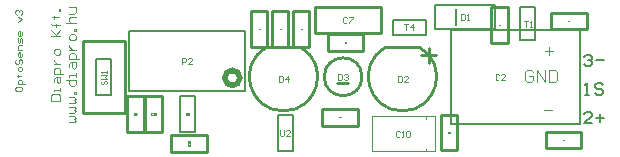
<source format=gto>
%FSTAX24Y24*%
%MOIN*%
G70*
G01*
G75*
G04 Layer_Color=65535*
%ADD10O,0.0472X0.0217*%
%ADD11R,0.0472X0.0217*%
%ADD12R,0.0374X0.0315*%
%ADD13R,0.0630X0.0630*%
%ADD14R,0.0256X0.0472*%
%ADD15R,0.0472X0.0256*%
%ADD16R,0.0315X0.0374*%
%ADD17R,0.0492X0.0630*%
%ADD18R,0.0807X0.0886*%
G04:AMPARAMS|DCode=19|XSize=21.7mil|YSize=47.2mil|CornerRadius=0mil|HoleSize=0mil|Usage=FLASHONLY|Rotation=90.000|XOffset=0mil|YOffset=0mil|HoleType=Round|Shape=Octagon|*
%AMOCTAGOND19*
4,1,8,-0.0236,-0.0054,-0.0236,0.0054,-0.0182,0.0108,0.0182,0.0108,0.0236,0.0054,0.0236,-0.0054,0.0182,-0.0108,-0.0182,-0.0108,-0.0236,-0.0054,0.0*
%
%ADD19OCTAGOND19*%

%ADD20C,0.0100*%
%ADD21C,0.0709*%
%ADD22C,0.1575*%
%ADD23C,0.0591*%
%ADD24C,0.0472*%
%ADD25C,0.0551*%
%ADD26R,0.0591X0.0591*%
%ADD27C,0.0320*%
%ADD28O,0.0236X0.1200*%
%ADD29R,0.0236X0.1200*%
%ADD30O,0.0236X0.1204*%
%ADD31R,0.0630X0.0492*%
%ADD32C,0.0200*%
%ADD33C,0.0197*%
%ADD34C,0.0079*%
%ADD35C,0.0080*%
%ADD36C,0.0039*%
%ADD37C,0.0004*%
%ADD38C,0.0020*%
%ADD39C,0.0030*%
D20*
X237693Y144943D02*
G03*
X238833Y144943I00057J-000987D01*
G01*
X24088Y143956D02*
G03*
X24088Y143956I-00063J0D01*
G01*
X241659Y144943D02*
G03*
X242799Y144943I00057J-000987D01*
G01*
X237174Y146141D02*
X237726D01*
X237174Y144959D02*
Y146141D01*
Y144959D02*
X237726D01*
Y146141D01*
X237874Y144959D02*
Y146141D01*
X238426D01*
Y144959D02*
Y146141D01*
X237874Y144959D02*
X238426D01*
X238574Y146141D02*
X239126D01*
X238574Y144959D02*
Y146141D01*
Y144959D02*
X239126D01*
Y146141D01*
X231588Y142756D02*
X232988D01*
X231588D02*
Y145156D01*
X232988D01*
Y142756D02*
Y145156D01*
X239316Y145414D02*
Y14628D01*
Y145414D02*
X24152D01*
Y14628D01*
X239316D02*
X24152D01*
X239555Y14233D02*
Y142881D01*
Y14233D02*
X240737D01*
Y142881D01*
X239555D02*
X240737D01*
X243499Y141505D02*
X24405D01*
Y142686D01*
X243499D02*
X24405D01*
X243499Y141505D02*
Y142686D01*
X240917Y14482D02*
Y145372D01*
X239735D02*
X240917D01*
X239735Y14482D02*
Y145372D01*
Y14482D02*
X240917D01*
X24719Y145541D02*
Y146092D01*
Y145541D02*
X248371D01*
Y146092D01*
X24719D02*
X248371D01*
X247003Y141574D02*
Y142125D01*
Y141574D02*
X248184D01*
Y142125D01*
X247003D02*
X248184D01*
X237693Y144943D02*
X238833D01*
X240053Y143759D02*
X240427D01*
X241659Y144943D02*
X242799D01*
X2431Y144426D02*
Y144926D01*
X24285Y144676D02*
X24335D01*
X24519Y145089D02*
X245741D01*
Y146271D01*
X24519D02*
X245741D01*
X24519Y145089D02*
Y146271D01*
X233656Y142126D02*
Y143307D01*
X234207D01*
Y142126D02*
Y143307D01*
X233656Y142126D02*
X234207D01*
X235703Y141457D02*
Y142008D01*
X234522D02*
X235703D01*
X234522Y141457D02*
Y142008D01*
Y141457D02*
X235703D01*
X233598Y142126D02*
Y143307D01*
X233046Y142126D02*
X233598D01*
X233046D02*
Y143307D01*
X233598D01*
D33*
X236806Y14392D02*
G03*
X236806Y14392I-00025J0D01*
G01*
D34*
X238072Y141476D02*
X238572D01*
X238072Y142696D02*
X238572D01*
Y141476D02*
Y142696D01*
X238072Y141476D02*
Y142696D01*
X241904Y14536D02*
Y14586D01*
X243007Y14536D02*
Y14586D01*
X241904Y14536D02*
X243007D01*
X241904Y14586D02*
X243007D01*
X246156Y145175D02*
X246656D01*
X246156Y146277D02*
X246656D01*
Y145175D02*
Y146277D01*
X246156Y145175D02*
Y146277D01*
X244Y145668D02*
Y14622D01*
X235307Y142106D02*
Y143326D01*
X234807Y142106D02*
Y143326D01*
Y142106D02*
X235307D01*
X234807Y143326D02*
X235307D01*
X248296Y144631D02*
X248361Y144696D01*
X248492D01*
X248558Y144631D01*
Y144565D01*
X248492Y1445D01*
X248427D01*
X248492D01*
X248558Y144434D01*
Y144368D01*
X248492Y144303D01*
X248361D01*
X248296Y144368D01*
X248689Y1445D02*
X248952D01*
X248316Y143363D02*
X248447D01*
X248381D01*
Y143756D01*
X248316Y143691D01*
X248906D02*
X24884Y143756D01*
X248709D01*
X248644Y143691D01*
Y143625D01*
X248709Y14356D01*
X24884D01*
X248906Y143494D01*
Y143428D01*
X24884Y143363D01*
X248709D01*
X248644Y143428D01*
X248558Y142399D02*
X248296D01*
X248558Y142661D01*
Y142727D01*
X248492Y142793D01*
X248361D01*
X248296Y142727D01*
X248689Y142596D02*
X248952D01*
X24882Y142727D02*
Y142465D01*
D35*
X232013Y143956D02*
Y144546D01*
X232524D01*
Y143365D02*
Y144546D01*
X232013Y143365D02*
X232524D01*
X232013D02*
Y143956D01*
X236976Y14347D02*
Y14549D01*
X233116Y14347D02*
X236976D01*
X233116D02*
Y14549D01*
X236976D01*
X243305Y145544D02*
Y146344D01*
Y145544D02*
X245325D01*
Y146344D01*
X243305D02*
X245325D01*
X24385Y142376D02*
Y145526D01*
Y142376D02*
X24815D01*
Y145526D01*
X24385D02*
X24815D01*
D36*
X243299Y141466D02*
Y142647D01*
X241199Y141466D02*
Y142647D01*
Y141466D02*
X243299D01*
X241199Y142647D02*
X243299D01*
X242999Y141466D02*
Y141556D01*
Y142556D02*
Y142647D01*
X23488Y14438D02*
Y144577D01*
X234978D01*
X235011Y144544D01*
Y144478D01*
X234978Y144446D01*
X23488D01*
X235208Y14438D02*
X235077D01*
X235208Y144511D01*
Y144544D01*
X235175Y144577D01*
X23511D01*
X235077Y144544D01*
X245461Y144014D02*
X245428Y144047D01*
X245363D01*
X24533Y144014D01*
Y143883D01*
X245363Y14385D01*
X245428D01*
X245461Y143883D01*
X245658Y14385D02*
X245527D01*
X245658Y143981D01*
Y144014D01*
X245625Y144047D01*
X24556D01*
X245527Y144014D01*
X240386Y145914D02*
X240353Y145947D01*
X240288D01*
X240255Y145914D01*
Y145783D01*
X240288Y14575D01*
X240353D01*
X240386Y145783D01*
X240452Y145947D02*
X240583D01*
Y145914D01*
X240452Y145783D01*
Y14575D01*
X242131Y142124D02*
X242098Y142157D01*
X242033D01*
X242Y142124D01*
Y141993D01*
X242033Y14196D01*
X242098D01*
X242131Y141993D01*
X242197Y14196D02*
X242262D01*
X24223D01*
Y142157D01*
X242197Y142124D01*
X242361D02*
X242394Y142157D01*
X242459D01*
X242492Y142124D01*
Y141993D01*
X242459Y14196D01*
X242394D01*
X242361Y141993D01*
Y142124D01*
X24418Y146047D02*
Y14585D01*
X244278D01*
X244311Y145883D01*
Y146014D01*
X244278Y146047D01*
X24418D01*
X244377Y14585D02*
X244442D01*
X24441D01*
Y146047D01*
X244377Y146014D01*
X242069Y143987D02*
Y14379D01*
X242168D01*
X2422Y143823D01*
Y143954D01*
X242168Y143987D01*
X242069D01*
X242397Y14379D02*
X242266D01*
X242397Y143921D01*
Y143954D01*
X242364Y143987D01*
X242299D01*
X242266Y143954D01*
X24009Y144057D02*
Y14386D01*
X240188D01*
X240221Y143893D01*
Y144024D01*
X240188Y144057D01*
X24009D01*
X240287Y144024D02*
X24032Y144057D01*
X240385D01*
X240418Y144024D01*
Y143991D01*
X240385Y143958D01*
X240352D01*
X240385D01*
X240418Y143926D01*
Y143893D01*
X240385Y14386D01*
X24032D01*
X240287Y143893D01*
X238103Y143987D02*
Y14379D01*
X238201D01*
X238234Y143823D01*
Y143954D01*
X238201Y143987D01*
X238103D01*
X238398Y14379D02*
Y143987D01*
X238299Y143888D01*
X238431D01*
X246277Y145824D02*
X246409D01*
X246343D01*
Y145627D01*
X246474D02*
X24654D01*
X246507D01*
Y145824D01*
X246474Y145791D01*
X242291Y145707D02*
X242422D01*
X242356D01*
Y145511D01*
X242586D02*
Y145707D01*
X242487Y145609D01*
X242619D01*
X23816Y142184D02*
Y14202D01*
X238192Y141987D01*
X238258D01*
X238291Y14202D01*
Y142184D01*
X238488Y141987D02*
X238356D01*
X238488Y142119D01*
Y142151D01*
X238455Y142184D01*
X238389D01*
X238356Y142151D01*
X232202Y143831D02*
X232169Y143798D01*
Y143733D01*
X232202Y1437D01*
X232234D01*
X232267Y143733D01*
Y143798D01*
X2323Y143831D01*
X232333D01*
X232366Y143798D01*
Y143733D01*
X232333Y1437D01*
X232169Y143897D02*
X232366D01*
X2323Y143962D01*
X232366Y144028D01*
X232169D01*
X232366Y144094D02*
Y144159D01*
Y144126D01*
X232169D01*
X232202Y144094D01*
X246593Y144103D02*
X246526Y14417D01*
X246393D01*
X246326Y144103D01*
Y143837D01*
X246393Y14377D01*
X246526D01*
X246593Y143837D01*
Y14397D01*
X246459D01*
X246726Y14377D02*
Y14417D01*
X246992Y14377D01*
Y14417D01*
X247126D02*
Y14377D01*
X247326D01*
X247392Y143837D01*
Y144103D01*
X247326Y14417D01*
X247126D01*
X246936Y14286D02*
X247203D01*
X247116Y14496D02*
Y144693D01*
X247249Y144827D02*
X246983D01*
X229325Y143588D02*
Y143509D01*
X229365Y14347D01*
X229522D01*
X229561Y143509D01*
Y143588D01*
X229522Y143627D01*
X229365D01*
X229325Y143588D01*
X22964Y143706D02*
X229404D01*
Y143824D01*
X229443Y143864D01*
X229522D01*
X229561Y143824D01*
Y143706D01*
X229365Y143982D02*
X229404D01*
Y143942D01*
Y144021D01*
Y143982D01*
X229522D01*
X229561Y144021D01*
Y144178D02*
Y144257D01*
X229522Y144297D01*
X229443D01*
X229404Y144257D01*
Y144178D01*
X229443Y144139D01*
X229522D01*
X229561Y144178D01*
X229365Y144533D02*
X229325Y144493D01*
Y144415D01*
X229365Y144375D01*
X229404D01*
X229443Y144415D01*
Y144493D01*
X229483Y144533D01*
X229522D01*
X229561Y144493D01*
Y144415D01*
X229522Y144375D01*
X229561Y144729D02*
Y144651D01*
X229522Y144611D01*
X229443D01*
X229404Y144651D01*
Y144729D01*
X229443Y144769D01*
X229483D01*
Y144611D01*
X229561Y144848D02*
X229404D01*
Y144966D01*
X229443Y145005D01*
X229561D01*
Y145084D02*
Y145202D01*
X229522Y145241D01*
X229483Y145202D01*
Y145123D01*
X229443Y145084D01*
X229404Y145123D01*
Y145241D01*
X229561Y145438D02*
Y145359D01*
X229522Y14532D01*
X229443D01*
X229404Y145359D01*
Y145438D01*
X229443Y145477D01*
X229483D01*
Y14532D01*
X229404Y145792D02*
X229561Y145871D01*
X229404Y14595D01*
X229365Y146028D02*
X229325Y146068D01*
Y146146D01*
X229365Y146186D01*
X229404D01*
X229443Y146146D01*
Y146107D01*
Y146146D01*
X229483Y146186D01*
X229522D01*
X229561Y146146D01*
Y146068D01*
X229522Y146028D01*
X231121Y14244D02*
X231279D01*
X231331Y142492D01*
X231279Y142545D01*
X231331Y142597D01*
X231279Y14265D01*
X231121D01*
Y142755D02*
X231279D01*
X231331Y142807D01*
X231279Y14286D01*
X231331Y142912D01*
X231279Y142965D01*
X231121D01*
Y14307D02*
X231279D01*
X231331Y143122D01*
X231279Y143175D01*
X231331Y143227D01*
X231279Y14328D01*
X231121D01*
X231331Y143385D02*
X231279D01*
Y143437D01*
X231331D01*
Y143385D01*
X231016Y143857D02*
X231331D01*
Y143699D01*
X231279Y143647D01*
X231174D01*
X231121Y143699D01*
Y143857D01*
X231331Y143962D02*
Y144067D01*
Y144014D01*
X231121D01*
Y143962D01*
Y144277D02*
Y144382D01*
X231174Y144434D01*
X231331D01*
Y144277D01*
X231279Y144224D01*
X231226Y144277D01*
Y144434D01*
X231436Y144539D02*
X231121D01*
Y144696D01*
X231174Y144749D01*
X231279D01*
X231331Y144696D01*
Y144539D01*
X231121Y144854D02*
X231331D01*
X231226D01*
X231174Y144906D01*
X231121Y144959D01*
Y145011D01*
X231331Y145221D02*
Y145326D01*
X231279Y145379D01*
X231174D01*
X231121Y145326D01*
Y145221D01*
X231174Y145169D01*
X231279D01*
X231331Y145221D01*
Y145484D02*
X231279D01*
Y145536D01*
X231331D01*
Y145484D01*
X231016Y145746D02*
X231331D01*
X231174D01*
X231121Y145799D01*
Y145903D01*
X231174Y145956D01*
X231331D01*
X231121Y146061D02*
X231279D01*
X231331Y146113D01*
Y146271D01*
X231121D01*
X230506Y14316D02*
X230821D01*
Y143317D01*
X230769Y14337D01*
X230559D01*
X230506Y143317D01*
Y14316D01*
X230821Y143475D02*
Y14358D01*
Y143527D01*
X230611D01*
Y143475D01*
Y14379D02*
Y143895D01*
X230664Y143947D01*
X230821D01*
Y14379D01*
X230769Y143737D01*
X230716Y14379D01*
Y143947D01*
X230926Y144052D02*
X230611D01*
Y14421D01*
X230664Y144262D01*
X230769D01*
X230821Y14421D01*
Y144052D01*
X230611Y144367D02*
X230821D01*
X230716D01*
X230664Y144419D01*
X230611Y144472D01*
Y144524D01*
X230821Y144734D02*
Y144839D01*
X230769Y144892D01*
X230664D01*
X230611Y144839D01*
Y144734D01*
X230664Y144682D01*
X230769D01*
X230821Y144734D01*
X230506Y145312D02*
X230821D01*
X230716D01*
X230506Y145521D01*
X230664Y145364D01*
X230821Y145521D01*
Y145679D02*
X230559D01*
X230664D01*
Y145626D01*
Y145731D01*
Y145679D01*
X230559D01*
X230506Y145731D01*
X230559Y145941D02*
X230611D01*
Y145889D01*
Y145994D01*
Y145941D01*
X230769D01*
X230821Y145994D01*
Y146151D02*
X230769D01*
Y146204D01*
X230821D01*
Y146151D01*
D37*
X238143Y145556D02*
X23814Y14556D01*
X238133D01*
X23813Y145556D01*
Y145543D01*
X238133Y14554D01*
X23814D01*
X238143Y145543D01*
X23815Y14554D02*
X238156D01*
X238153D01*
Y14556D01*
X23815Y145556D01*
X238166Y14554D02*
X238173D01*
X238169D01*
Y14556D01*
X238166Y145556D01*
X24758Y14184D02*
Y14186D01*
X24759D01*
X247593Y141856D01*
Y14185D01*
X24759Y141847D01*
X24758D01*
X247587D02*
X247593Y14184D01*
X247613D02*
X2476D01*
X247613Y141853D01*
Y141856D01*
X24761Y14186D01*
X247603D01*
X2476Y141856D01*
X24776Y14581D02*
Y14583D01*
X24777D01*
X247773Y145826D01*
Y14582D01*
X24777Y145817D01*
X24776D01*
X247767D02*
X247773Y14581D01*
X24779D02*
Y14583D01*
X24778Y14582D01*
X247793D01*
X24031Y14509D02*
Y14511D01*
X24032D01*
X240323Y145106D01*
Y1451D01*
X24032Y145097D01*
X24031D01*
X240317D02*
X240323Y14509D01*
X24033Y145106D02*
X240333Y14511D01*
X24034D01*
X240343Y145106D01*
Y145103D01*
X24034Y1451D01*
X240343Y145097D01*
Y145093D01*
X24034Y14509D01*
X240333D01*
X24033Y145093D01*
Y145097D01*
X240333Y1451D01*
X24033Y145103D01*
Y145106D01*
X240333Y1451D02*
X24034D01*
X24375Y14209D02*
Y14211D01*
X24376D01*
X243763Y142106D01*
Y1421D01*
X24376Y142097D01*
X24375D01*
X243757D02*
X243763Y14209D01*
X24377D02*
X243776D01*
X243773D01*
Y14211D01*
X24377Y142106D01*
X243786D02*
X243789Y14211D01*
X243796D01*
X243799Y142106D01*
Y142103D01*
X243796Y1421D01*
X243793D01*
X243796D01*
X243799Y142097D01*
Y142093D01*
X243796Y14209D01*
X243789D01*
X243786Y142093D01*
X24012Y1426D02*
Y14262D01*
X24013D01*
X240133Y142616D01*
Y14261D01*
X24013Y142607D01*
X24012D01*
X240127D02*
X240133Y1426D01*
X24014D02*
X240146D01*
X240143D01*
Y14262D01*
X24014Y142616D01*
X240169Y14262D02*
X240163Y142616D01*
X240156Y14261D01*
Y142603D01*
X240159Y1426D01*
X240166D01*
X240169Y142603D01*
Y142607D01*
X240166Y14261D01*
X240156D01*
X23743Y14554D02*
Y14556D01*
X23744D01*
X237443Y145556D01*
Y14555D01*
X23744Y145547D01*
X23743D01*
X237437D02*
X237443Y14554D01*
X23745D02*
X237456D01*
X237453D01*
Y14556D01*
X23745Y145556D01*
X237466Y14556D02*
X237479D01*
Y145556D01*
X237466Y145543D01*
Y14554D01*
X23883D02*
Y14556D01*
X23884D01*
X238843Y145556D01*
Y14555D01*
X23884Y145547D01*
X23883D01*
X238837D02*
X238843Y14554D01*
X23885D02*
X238856D01*
X238853D01*
Y14556D01*
X23885Y145556D01*
X238866D02*
X238869Y14556D01*
X238876D01*
X238879Y145556D01*
Y145553D01*
X238876Y14555D01*
X238879Y145547D01*
Y145543D01*
X238876Y14554D01*
X238869D01*
X238866Y145543D01*
Y145547D01*
X238869Y14555D01*
X238866Y145553D01*
Y145556D01*
X238869Y14555D02*
X238876D01*
X24545Y14567D02*
Y14569D01*
X24546D01*
X245463Y145686D01*
Y14568D01*
X24546Y145677D01*
X24545D01*
X245457D02*
X245463Y14567D01*
X24547Y145686D02*
X245473Y14569D01*
X24548D01*
X245483Y145686D01*
Y145683D01*
X24548Y14568D01*
X245476D01*
X24548D01*
X245483Y145677D01*
Y145673D01*
X24548Y14567D01*
X245473D01*
X24547Y145673D01*
D38*
X233892Y142733D02*
X233882Y142743D01*
X233862D01*
X233852Y142733D01*
Y142693D01*
X233862Y142683D01*
X233882D01*
X233892Y142693D01*
X233952Y142683D02*
X233912D01*
X233952Y142723D01*
Y142733D01*
X233942Y142743D01*
X233922D01*
X233912Y142733D01*
X233972D02*
X233982Y142743D01*
X234002D01*
X234012Y142733D01*
Y142723D01*
X234002Y142713D01*
X234012Y142703D01*
Y142693D01*
X234002Y142683D01*
X233982D01*
X233972Y142693D01*
Y142703D01*
X233982Y142713D01*
X233972Y142723D01*
Y142733D01*
X233982Y142713D02*
X234002D01*
X235142Y141653D02*
X235082D01*
Y141683D01*
X235092Y141693D01*
X235112D01*
X235122Y141683D01*
Y141653D01*
Y141673D02*
X235142Y141693D01*
Y141753D02*
Y141713D01*
X235102Y141753D01*
X235092D01*
X235082Y141743D01*
Y141723D01*
X235092Y141713D01*
X235132Y141773D02*
X235142Y141783D01*
Y141803D01*
X235132Y141813D01*
X235092D01*
X235082Y141803D01*
Y141783D01*
X235092Y141773D01*
X235102D01*
X235112Y141783D01*
Y141813D01*
X235002Y142743D02*
Y142693D01*
X235012Y142683D01*
X235032D01*
X235042Y142693D01*
Y142743D01*
X235062Y142693D02*
X235072Y142683D01*
X235092D01*
X235102Y142693D01*
Y142733D01*
X235092Y142743D01*
X235072D01*
X235062Y142733D01*
Y142723D01*
X235072Y142713D01*
X235102D01*
D39*
X23331Y14274D02*
X2333Y14275D01*
X23328D01*
X23327Y14274D01*
Y1427D01*
X23328Y14269D01*
X2333D01*
X23331Y1427D01*
X23336Y14269D02*
Y14275D01*
X23333Y14272D01*
X23337D01*
M02*

</source>
